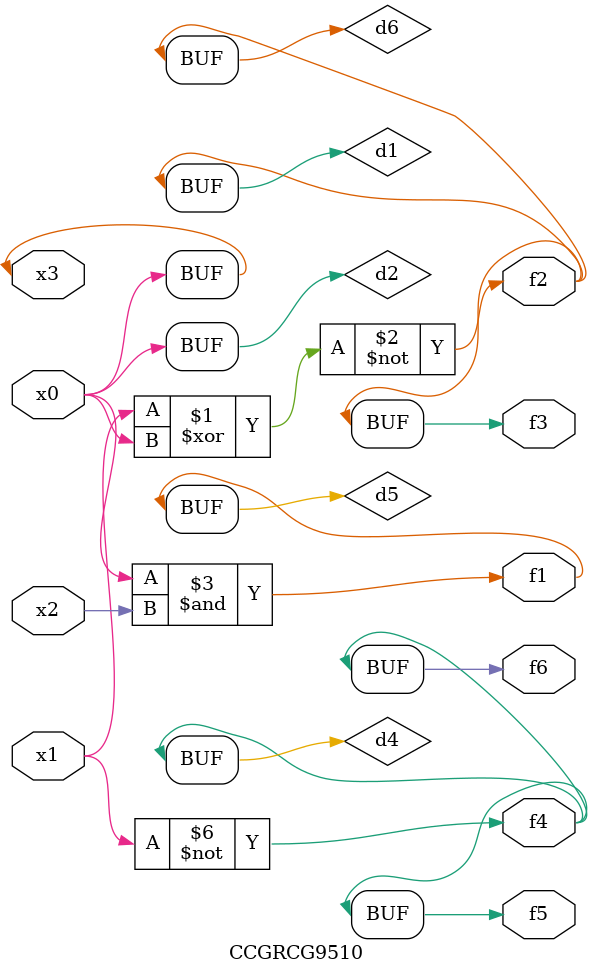
<source format=v>
module CCGRCG9510(
	input x0, x1, x2, x3,
	output f1, f2, f3, f4, f5, f6
);

	wire d1, d2, d3, d4, d5, d6;

	xnor (d1, x1, x3);
	buf (d2, x0, x3);
	nand (d3, x0, x2);
	not (d4, x1);
	nand (d5, d3);
	or (d6, d1);
	assign f1 = d5;
	assign f2 = d6;
	assign f3 = d6;
	assign f4 = d4;
	assign f5 = d4;
	assign f6 = d4;
endmodule

</source>
